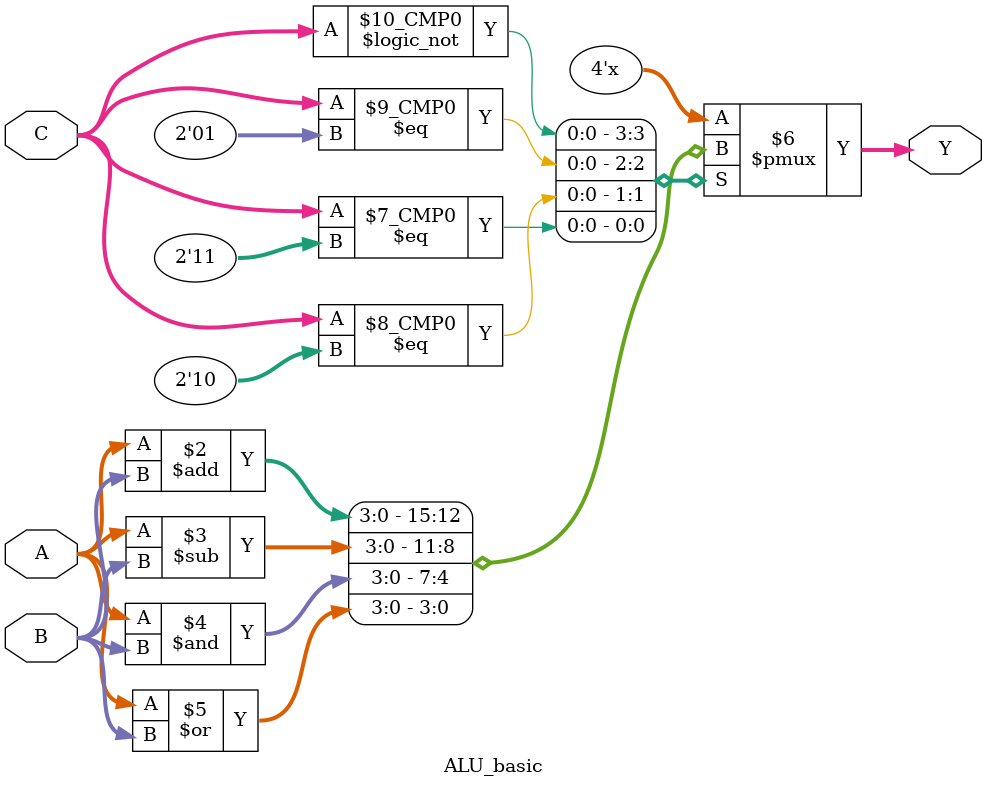
<source format=v>
module ALU_basic(
    input [3:0] A,
    input [3:0] B,
    output reg [3:0] Y,
    input [1:0] C
    );
    
    always @(*) begin
        case(C)
            2'b00: Y = A + B;
            2'b01: Y = A - B;
            2'b10: Y = A & B;
            2'b11: Y = A | B;
        endcase 
    end
endmodule

</source>
